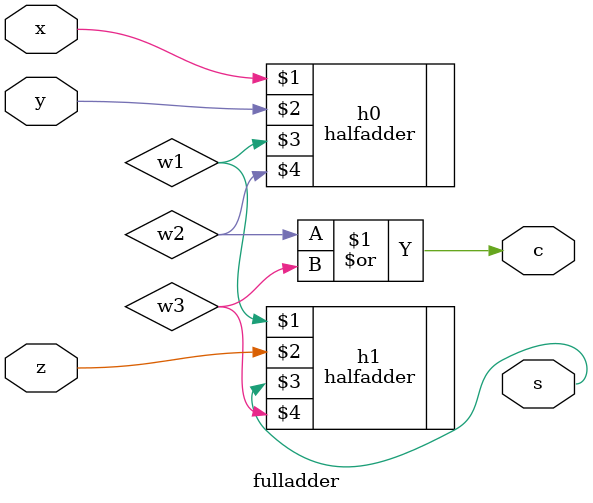
<source format=v>
`include "halfadder.v"



module fulladder (input x,y,z, output s,c);
  
  wire w1,w2,w3;
  halfadder h0 (x,y,w1,w2);
  halfadder h1 (w1,z,s,w3);
  or o1 (c,w2,w3);  
  
endmodule
</source>
